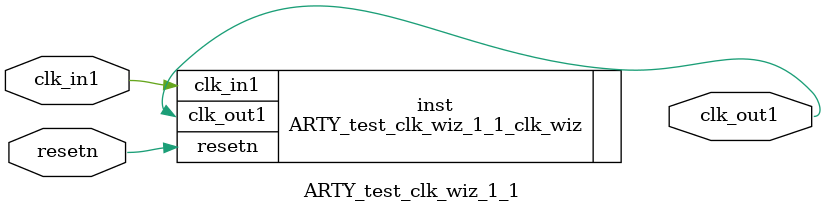
<source format=v>


`timescale 1ps/1ps

(* CORE_GENERATION_INFO = "ARTY_test_clk_wiz_1_1,clk_wiz_v6_0_11_0_0,{component_name=ARTY_test_clk_wiz_1_1,use_phase_alignment=true,use_min_o_jitter=false,use_max_i_jitter=false,use_dyn_phase_shift=false,use_inclk_switchover=false,use_dyn_reconfig=false,enable_axi=0,feedback_source=FDBK_AUTO,PRIMITIVE=MMCM,num_out_clk=1,clkin1_period=12.500,clkin2_period=10.0,use_power_down=false,use_reset=true,use_locked=false,use_inclk_stopped=false,feedback_type=SINGLE,CLOCK_MGR_TYPE=NA,manual_override=false}" *)

module ARTY_test_clk_wiz_1_1 
 (
  // Clock out ports
  output        clk_out1,
  // Status and control signals
  input         resetn,
 // Clock in ports
  input         clk_in1
 );

  ARTY_test_clk_wiz_1_1_clk_wiz inst
  (
  // Clock out ports  
  .clk_out1(clk_out1),
  // Status and control signals               
  .resetn(resetn), 
 // Clock in ports
  .clk_in1(clk_in1)
  );

endmodule

</source>
